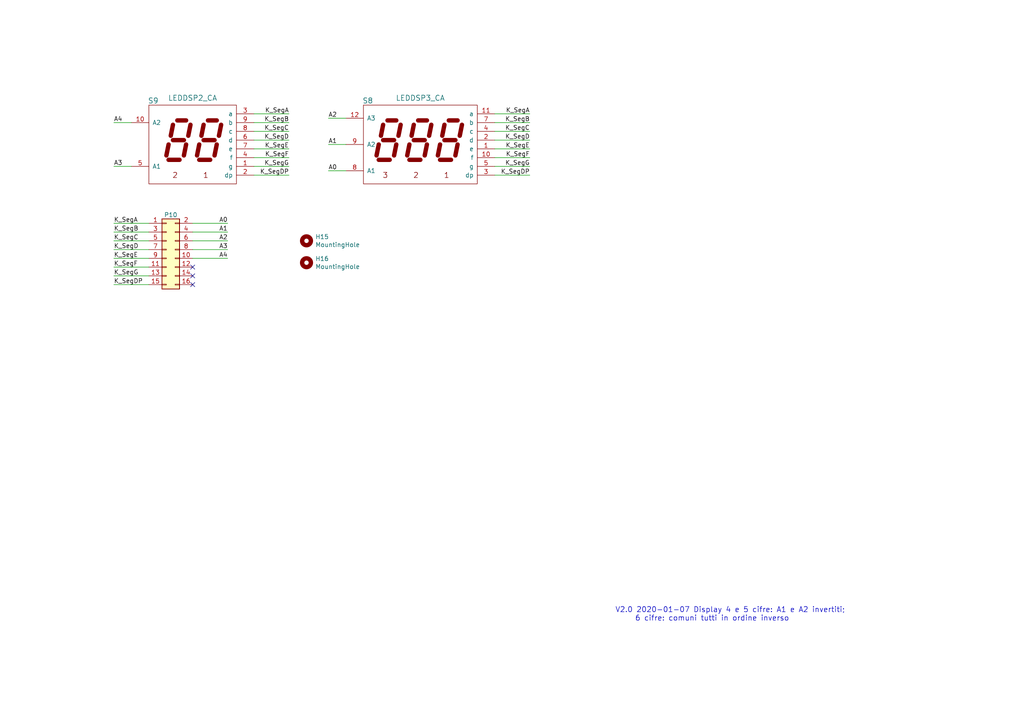
<source format=kicad_sch>
(kicad_sch (version 20211123) (generator eeschema)
  (paper "A4")
  (lib_symbols
    (symbol "Connector_Generic:Conn_02x08_Odd_Even" (pin_names (offset 1.016) hide)
      (property "Reference" "J" (at 1.27 10.16 0))
      (property "Value" "Conn_02x08_Odd_Even" (at 1.27 -12.7 0))
      (symbol "Conn_02x08_Odd_Even_1_1"
        (rectangle (start -1.27 -10.033) (end 0 -10.287) (stroke (width 0.1524)))
        (rectangle (start -1.27 -7.493) (end 0 -7.747) (stroke (width 0.1524)))
        (rectangle (start -1.27 -4.953) (end 0 -5.207) (stroke (width 0.1524)))
        (rectangle (start -1.27 -2.413) (end 0 -2.667) (stroke (width 0.1524)))
        (rectangle (start -1.27 0.127) (end 0 -0.127) (stroke (width 0.1524)))
        (rectangle (start -1.27 2.667) (end 0 2.413) (stroke (width 0.1524)))
        (rectangle (start -1.27 5.207) (end 0 4.953) (stroke (width 0.1524)))
        (rectangle (start -1.27 7.747) (end 0 7.493) (stroke (width 0.1524)))
        (rectangle (start -1.27 8.89) (end 3.81 -11.43) (stroke (width 0.254)) (fill (type background)))
        (rectangle (start 3.81 -10.033) (end 2.54 -10.287) (stroke (width 0.1524)))
        (rectangle (start 3.81 -7.493) (end 2.54 -7.747) (stroke (width 0.1524)))
        (rectangle (start 3.81 -4.953) (end 2.54 -5.207) (stroke (width 0.1524)))
        (rectangle (start 3.81 -2.413) (end 2.54 -2.667) (stroke (width 0.1524)))
        (rectangle (start 3.81 0.127) (end 2.54 -0.127) (stroke (width 0.1524)))
        (rectangle (start 3.81 2.667) (end 2.54 2.413) (stroke (width 0.1524)))
        (rectangle (start 3.81 5.207) (end 2.54 4.953) (stroke (width 0.1524)))
        (rectangle (start 3.81 7.747) (end 2.54 7.493) (stroke (width 0.1524)))
        (pin passive line (at -5.08 7.62 0) (length 3.81) (name "Pin_1") (number "1"))
        (pin passive line (at 7.62 -2.54 180) (length 3.81) (name "Pin_10") (number "10"))
        (pin passive line (at -5.08 -5.08 0) (length 3.81) (name "Pin_11") (number "11"))
        (pin passive line (at 7.62 -5.08 180) (length 3.81) (name "Pin_12") (number "12"))
        (pin passive line (at -5.08 -7.62 0) (length 3.81) (name "Pin_13") (number "13"))
        (pin passive line (at 7.62 -7.62 180) (length 3.81) (name "Pin_14") (number "14"))
        (pin passive line (at -5.08 -10.16 0) (length 3.81) (name "Pin_15") (number "15"))
        (pin passive line (at 7.62 -10.16 180) (length 3.81) (name "Pin_16") (number "16"))
        (pin passive line (at 7.62 7.62 180) (length 3.81) (name "Pin_2") (number "2"))
        (pin passive line (at -5.08 5.08 0) (length 3.81) (name "Pin_3") (number "3"))
        (pin passive line (at 7.62 5.08 180) (length 3.81) (name "Pin_4") (number "4"))
        (pin passive line (at -5.08 2.54 0) (length 3.81) (name "Pin_5") (number "5"))
        (pin passive line (at 7.62 2.54 180) (length 3.81) (name "Pin_6") (number "6"))
        (pin passive line (at -5.08 0 0) (length 3.81) (name "Pin_7") (number "7"))
        (pin passive line (at 7.62 0 180) (length 3.81) (name "Pin_8") (number "8"))
        (pin passive line (at -5.08 -2.54 0) (length 3.81) (name "Pin_9") (number "9"))
      )
    )
    (symbol "GCC_display:LEDDSP2_CA" (pin_names (offset 1.016))
      (property "Reference" "S" (at -12.7 12.7 0))
      (property "Value" "LEDDSP2_CA" (at 1.27 -15.24 0))
      (symbol "LEDDSP2_CA_0_0"
        (text "1" (at 3.81 -10.16 0) (effects (font (size 1.524 1.524))))
        (text "2" (at -5.08 -10.16 0) (effects (font (size 1.524 1.524))))
      )
      (symbol "LEDDSP2_CA_0_1"
        (rectangle (start -12.7 10.16) (end 12.7 -12.7))
        (polyline (pts (xy -6.985 -5.715) (xy -3.81 -5.715)) (stroke (width 1.27)))
        (polyline (pts (xy -6.985 -1.27) (xy -7.62 -4.445)) (stroke (width 1.27)))
        (polyline (pts (xy -6.35 1.27) (xy -5.715 4.445)) (stroke (width 1.27)))
        (polyline (pts (xy -5.715 0) (xy -2.54 0)) (stroke (width 1.27)))
        (polyline (pts (xy -4.445 5.715) (xy -1.905 5.715)) (stroke (width 1.27)))
        (polyline (pts (xy -1.905 -1.27) (xy -2.54 -4.445)) (stroke (width 1.27)))
        (polyline (pts (xy -1.27 -5.715) (xy -1.27 -5.715)) (stroke (width 1.27)))
        (polyline (pts (xy -1.27 1.27) (xy -0.635 4.445)) (stroke (width 1.27)))
        (polyline (pts (xy 1.905 -5.715) (xy 5.08 -5.715)) (stroke (width 1.27)))
        (polyline (pts (xy 1.905 -1.27) (xy 1.27 -4.445)) (stroke (width 1.27)))
        (polyline (pts (xy 2.54 1.27) (xy 3.175 4.445)) (stroke (width 1.27)))
        (polyline (pts (xy 3.175 0) (xy 6.35 0)) (stroke (width 1.27)))
        (polyline (pts (xy 4.445 5.715) (xy 6.985 5.715)) (stroke (width 1.27)))
        (polyline (pts (xy 6.985 -1.27) (xy 6.35 -4.445)) (stroke (width 1.27)))
        (polyline (pts (xy 7.62 -5.715) (xy 7.62 -5.715)) (stroke (width 1.27)))
        (polyline (pts (xy 7.62 1.27) (xy 8.255 4.445)) (stroke (width 1.27)))
      )
      (symbol "LEDDSP2_CA_1_1"
        (pin passive line (at 17.78 -7.62 180) (length 5.08) (name "g") (number "1"))
        (pin passive line (at -17.78 5.08 0) (length 5.08) (name "A2") (number "10"))
        (pin passive line (at 17.78 -10.16 180) (length 5.08) (name "dp") (number "2"))
        (pin passive line (at 17.78 7.62 180) (length 5.08) (name "a") (number "3"))
        (pin passive line (at 17.78 -5.08 180) (length 5.08) (name "f") (number "4"))
        (pin passive line (at -17.78 -7.62 0) (length 5.08) (name "A1") (number "5"))
        (pin passive line (at 17.78 0 180) (length 5.08) (name "d") (number "6"))
        (pin passive line (at 17.78 -2.54 180) (length 5.08) (name "e") (number "7"))
        (pin passive line (at 17.78 2.54 180) (length 5.08) (name "c") (number "8"))
        (pin passive line (at 17.78 5.08 180) (length 5.08) (name "b") (number "9"))
      )
    )
    (symbol "GCC_display:LEDDSP3_CA" (pin_names (offset 1.016))
      (property "Reference" "S" (at -15.24 12.7 0))
      (property "Value" "LEDDSP3_CA" (at 0 -15.24 0))
      (symbol "LEDDSP3_CA_0_0"
        (text "1" (at 7.62 -10.16 0) (effects (font (size 1.524 1.524))))
        (text "2" (at -1.27 -10.16 0) (effects (font (size 1.524 1.524))))
        (text "3" (at -10.16 -10.16 0) (effects (font (size 1.524 1.524))))
      )
      (symbol "LEDDSP3_CA_0_1"
        (rectangle (start -16.51 10.16) (end 16.51 -12.7))
        (polyline (pts (xy -12.065 -5.715) (xy -8.89 -5.715)) (stroke (width 1.27)))
        (polyline (pts (xy -12.065 -1.27) (xy -12.7 -4.445)) (stroke (width 1.27)))
        (polyline (pts (xy -11.43 1.27) (xy -10.795 4.445)) (stroke (width 1.27)))
        (polyline (pts (xy -10.795 0) (xy -7.62 0)) (stroke (width 1.27)))
        (polyline (pts (xy -9.525 5.715) (xy -6.985 5.715)) (stroke (width 1.27)))
        (polyline (pts (xy -6.985 -1.27) (xy -7.62 -4.445)) (stroke (width 1.27)))
        (polyline (pts (xy -6.35 -5.715) (xy -6.35 -5.715)) (stroke (width 1.27)))
        (polyline (pts (xy -6.35 1.27) (xy -5.715 4.445)) (stroke (width 1.27)))
        (polyline (pts (xy -3.175 -5.715) (xy 0 -5.715)) (stroke (width 1.27)))
        (polyline (pts (xy -3.175 -1.27) (xy -3.81 -4.445)) (stroke (width 1.27)))
        (polyline (pts (xy -2.54 1.27) (xy -1.905 4.445)) (stroke (width 1.27)))
        (polyline (pts (xy -1.905 0) (xy 1.27 0)) (stroke (width 1.27)))
        (polyline (pts (xy -0.635 5.715) (xy 1.905 5.715)) (stroke (width 1.27)))
        (polyline (pts (xy 1.905 -1.27) (xy 1.27 -4.445)) (stroke (width 1.27)))
        (polyline (pts (xy 2.54 -5.715) (xy 2.54 -5.715)) (stroke (width 1.27)))
        (polyline (pts (xy 2.54 1.27) (xy 3.175 4.445)) (stroke (width 1.27)))
        (polyline (pts (xy 5.715 -5.715) (xy 8.89 -5.715)) (stroke (width 1.27)))
        (polyline (pts (xy 5.715 -1.27) (xy 5.08 -4.445)) (stroke (width 1.27)))
        (polyline (pts (xy 6.35 1.27) (xy 6.985 4.445)) (stroke (width 1.27)))
        (polyline (pts (xy 6.985 0) (xy 10.16 0)) (stroke (width 1.27)))
        (polyline (pts (xy 8.255 5.715) (xy 10.795 5.715)) (stroke (width 1.27)))
        (polyline (pts (xy 10.795 -1.27) (xy 10.16 -4.445)) (stroke (width 1.27)))
        (polyline (pts (xy 11.43 -5.715) (xy 11.43 -5.715)) (stroke (width 1.27)))
        (polyline (pts (xy 11.43 1.27) (xy 12.065 4.445)) (stroke (width 1.27)))
      )
      (symbol "LEDDSP3_CA_1_1"
        (pin passive line (at 21.59 -2.54 180) (length 5.08) (name "e") (number "1"))
        (pin passive line (at 21.59 -5.08 180) (length 5.08) (name "f") (number "10"))
        (pin passive line (at 21.59 7.62 180) (length 5.08) (name "a") (number "11"))
        (pin passive line (at -21.59 6.35 0) (length 5.08) (name "A3") (number "12"))
        (pin passive line (at 21.59 0 180) (length 5.08) (name "d") (number "2"))
        (pin passive line (at 21.59 -10.16 180) (length 5.08) (name "dp") (number "3"))
        (pin passive line (at 21.59 2.54 180) (length 5.08) (name "c") (number "4"))
        (pin passive line (at 21.59 -7.62 180) (length 5.08) (name "g") (number "5"))
        (pin passive line (at 21.59 5.08 180) (length 5.08) (name "b") (number "7"))
        (pin passive line (at -21.59 -8.89 0) (length 5.08) (name "A1") (number "8"))
        (pin passive line (at -21.59 -1.27 0) (length 5.08) (name "A2") (number "9"))
      )
    )
    (symbol "Mechanical:MountingHole" (pin_names (offset 1.016))
      (property "Reference" "H" (at 0 5.08 0))
      (property "Value" "MountingHole" (at 0 3.175 0))
      (symbol "MountingHole_0_1"
        (circle (center 0 0) (radius 1.27) (stroke (width 1.27)))
      )
    )
  )
  (no_connect (at 55.88 82.55))
  (no_connect (at 55.88 77.47))
  (no_connect (at 55.88 80.01))
  (wire (pts (xy 153.67 48.26) (xy 143.51 48.26)))
  (wire (pts (xy 83.82 50.8) (xy 73.66 50.8)))
  (wire (pts (xy 100.33 34.29) (xy 95.25 34.29)))
  (wire (pts (xy 33.02 72.39) (xy 43.18 72.39)))
  (wire (pts (xy 153.67 38.1) (xy 143.51 38.1)))
  (wire (pts (xy 95.25 49.53) (xy 100.33 49.53)))
  (wire (pts (xy 55.88 72.39) (xy 66.04 72.39)))
  (wire (pts (xy 83.82 38.1) (xy 73.66 38.1)))
  (wire (pts (xy 83.82 33.02) (xy 73.66 33.02)))
  (wire (pts (xy 83.82 35.56) (xy 73.66 35.56)))
  (wire (pts (xy 33.02 74.93) (xy 43.18 74.93)))
  (wire (pts (xy 33.02 67.31) (xy 43.18 67.31)))
  (wire (pts (xy 33.02 80.01) (xy 43.18 80.01)))
  (wire (pts (xy 83.82 40.64) (xy 73.66 40.64)))
  (wire (pts (xy 55.88 74.93) (xy 66.04 74.93)))
  (wire (pts (xy 38.1 35.56) (xy 33.02 35.56)))
  (wire (pts (xy 55.88 64.77) (xy 66.04 64.77)))
  (wire (pts (xy 153.67 40.64) (xy 143.51 40.64)))
  (wire (pts (xy 83.82 43.18) (xy 73.66 43.18)))
  (wire (pts (xy 153.67 35.56) (xy 143.51 35.56)))
  (wire (pts (xy 83.82 45.72) (xy 73.66 45.72)))
  (wire (pts (xy 33.02 82.55) (xy 43.18 82.55)))
  (wire (pts (xy 33.02 69.85) (xy 43.18 69.85)))
  (wire (pts (xy 153.67 43.18) (xy 143.51 43.18)))
  (wire (pts (xy 38.1 48.26) (xy 33.02 48.26)))
  (wire (pts (xy 33.02 77.47) (xy 43.18 77.47)))
  (wire (pts (xy 33.02 64.77) (xy 43.18 64.77)))
  (wire (pts (xy 55.88 69.85) (xy 66.04 69.85)))
  (wire (pts (xy 153.67 50.8) (xy 143.51 50.8)))
  (wire (pts (xy 153.67 45.72) (xy 143.51 45.72)))
  (wire (pts (xy 153.67 33.02) (xy 143.51 33.02)))
  (wire (pts (xy 83.82 48.26) (xy 73.66 48.26)))
  (wire (pts (xy 55.88 67.31) (xy 66.04 67.31)))
  (wire (pts (xy 100.33 41.91) (xy 95.25 41.91)))
  (text "V2.0 2020-01-07 Display 4 e 5 cifre: A1 e A2 invertiti;\n	6 cifre: comuni tutti in ordine inverso" (at 178.435 180.34 0) (effects (font (size 1.524 1.524)) (justify left bottom)))
  (label "A2" (at 66.04 69.85 180))
  (label "K_SegF" (at 83.82 45.72 180))
  (label "K_SegA" (at 33.02 64.77 0))
  (label "K_SegC" (at 153.67 38.1 180))
  (label "K_SegF" (at 33.02 77.47 0))
  (label "A4" (at 66.04 74.93 180))
  (label "K_SegE" (at 153.67 43.18 180))
  (label "K_SegG" (at 153.67 48.26 180))
  (label "K_SegE" (at 83.82 43.18 180))
  (label "K_SegC" (at 33.02 69.85 0))
  (label "K_SegDP" (at 83.82 50.8 180))
  (label "K_SegD" (at 83.82 40.64 180))
  (label "K_SegG" (at 33.02 80.01 0))
  (label "K_SegB" (at 153.67 35.56 180))
  (label "K_SegDP" (at 153.67 50.8 180))
  (label "K_SegA" (at 83.82 33.02 180))
  (label "A3" (at 66.04 72.39 180))
  (label "A0" (at 66.04 64.77 180))
  (label "K_SegB" (at 83.82 35.56 180))
  (label "A2" (at 95.25 34.29 0))
  (label "A0" (at 95.25 49.53 0))
  (label "A1" (at 95.25 41.91 0))
  (label "K_SegG" (at 83.82 48.26 180))
  (label "K_SegF" (at 153.67 45.72 180))
  (label "K_SegC" (at 83.82 38.1 180))
  (label "K_SegB" (at 33.02 67.31 0))
  (label "K_SegA" (at 153.67 33.02 180))
  (label "K_SegD" (at 153.67 40.64 180))
  (label "K_SegE" (at 33.02 74.93 0))
  (label "A3" (at 33.02 48.26 0))
  (label "K_SegDP" (at 33.02 82.55 0))
  (label "A4" (at 33.02 35.56 0))
  (label "K_SegD" (at 33.02 72.39 0))
  (label "A1" (at 66.04 67.31 180))
  (symbol (lib_id "GCC_display:LEDDSP3_CA") (at 121.92 40.64 0) (unit 1)
    (property "Reference" "S8" (at 106.68 29.21 0) (effects (font (size 1.524 1.524))))
    (property "Value" "LEDDSP3_CA" (at 121.92 28.4226 0) (effects (font (size 1.524 1.524))))
    (property "Footprint" "GCC_Display:Disp7s3x_036" (effects hide))
  )
  (symbol (lib_id "GCC_display:LEDDSP2_CA") (at 55.88 40.64 0) (unit 1)
    (property "Reference" "S9" (at 44.45 29.21 0) (effects (font (size 1.524 1.524))))
    (property "Value" "LEDDSP2_CA" (at 55.88 28.4226 0) (effects (font (size 1.524 1.524))))
    (property "Footprint" "GCC_Display:Disp7s2x_036" (effects hide))
  )
  (symbol (lib_id "Mechanical:MountingHole") (at 88.9 69.85 0) (unit 1)
    (property "Reference" "H15" (at 91.44 68.6816 0) (effects (justify left)))
    (property "Value" "MountingHole" (at 91.44 70.993 0) (effects (justify left)))
    (property "Footprint" "GCC_holes:Hole3mm" (effects hide))
  )
  (symbol (lib_id "Mechanical:MountingHole") (at 88.9 76.2 0) (unit 1)
    (property "Reference" "H16" (at 91.44 75.0316 0) (effects (justify left)))
    (property "Value" "MountingHole" (at 91.44 77.343 0) (effects (justify left)))
    (property "Footprint" "GCC_holes:Hole3mm" (effects hide))
  )
  (symbol (lib_id "Connector_Generic:Conn_02x08_Odd_Even") (at 48.26 72.39 0) (unit 1)
    (property "Reference" "P10" (at 49.53 62.3372 0))
    (property "Value" "Conn_02x08_Odd_Even" (effects hide))
    (property "Footprint" "Connector_IDC:IDC-Header_2x08_P2.54mm_Vertical" (effects hide))
  )
)
</source>
